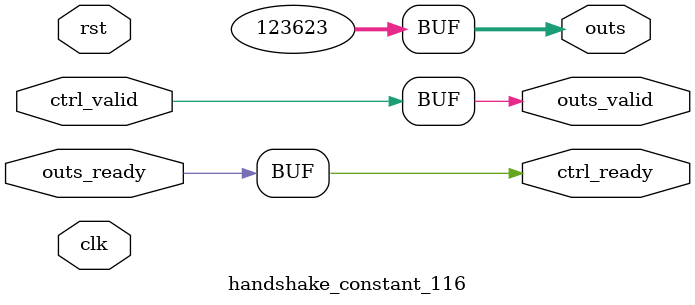
<source format=v>
`timescale 1ns / 1ps
module handshake_constant_116 #(
  parameter DATA_WIDTH = 32  // Default set to 32 bits
) (
  input                       clk,
  input                       rst,
  // Input Channel
  input                       ctrl_valid,
  output                      ctrl_ready,
  // Output Channel
  output [DATA_WIDTH - 1 : 0] outs,
  output                      outs_valid,
  input                       outs_ready
);
  assign outs       = 17'b11110001011100111;
  assign outs_valid = ctrl_valid;
  assign ctrl_ready = outs_ready;

endmodule

</source>
